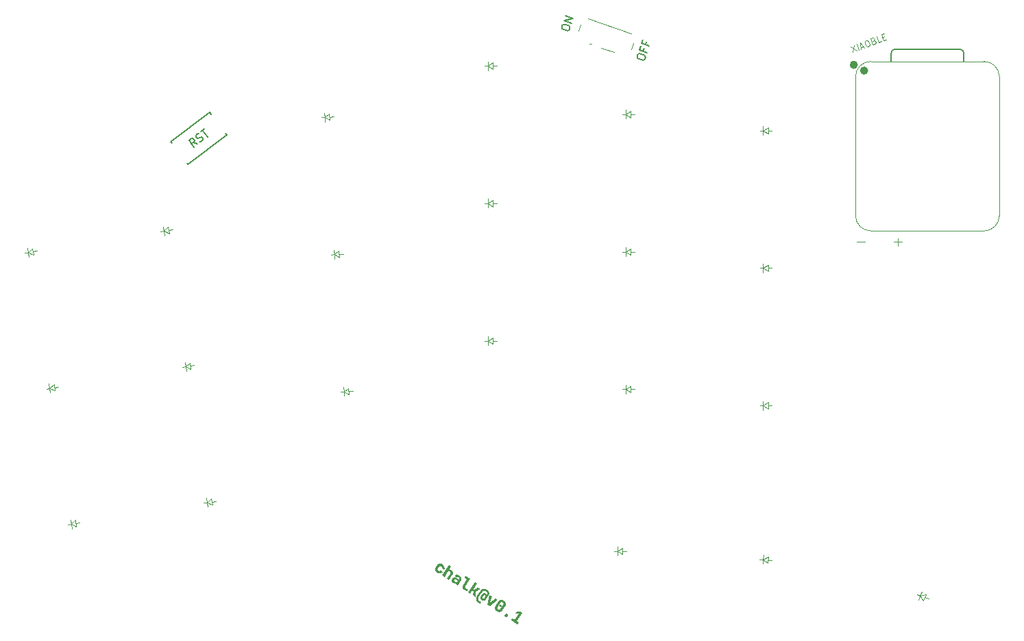
<source format=gbr>
%TF.GenerationSoftware,KiCad,Pcbnew,9.0.3*%
%TF.CreationDate,2025-09-18T15:13:03+02:00*%
%TF.ProjectId,reversible,72657665-7273-4696-926c-652e6b696361,v1.0.0*%
%TF.SameCoordinates,Original*%
%TF.FileFunction,Legend,Top*%
%TF.FilePolarity,Positive*%
%FSLAX46Y46*%
G04 Gerber Fmt 4.6, Leading zero omitted, Abs format (unit mm)*
G04 Created by KiCad (PCBNEW 9.0.3) date 2025-09-18 15:13:03*
%MOMM*%
%LPD*%
G01*
G04 APERTURE LIST*
%ADD10C,0.300000*%
%ADD11C,0.150000*%
%ADD12C,0.106680*%
%ADD13C,0.100000*%
%ADD14C,0.120000*%
%ADD15C,0.127000*%
%ADD16C,0.504001*%
%ADD17C,0.504000*%
G04 APERTURE END LIST*
D10*
G36*
X146191307Y-101616908D02*
G01*
X146110459Y-101556284D01*
X146046497Y-101491468D01*
X145997437Y-101422205D01*
X145961179Y-101345929D01*
X145940902Y-101268793D01*
X145935797Y-101189530D01*
X145945941Y-101110717D01*
X145971872Y-101031926D01*
X146015068Y-100951931D01*
X146163623Y-100723176D01*
X146219909Y-100650081D01*
X146281534Y-100594137D01*
X146348987Y-100553273D01*
X146423077Y-100526188D01*
X146501611Y-100513602D01*
X146586069Y-100515791D01*
X146669298Y-100532438D01*
X146754526Y-100564507D01*
X146842793Y-100613708D01*
X146934249Y-100682689D01*
X147003362Y-100754643D01*
X147053269Y-100829918D01*
X147086073Y-100909409D01*
X147102230Y-100994103D01*
X147099734Y-101078209D01*
X147078330Y-101163643D01*
X147036115Y-101252211D01*
X146779170Y-101085349D01*
X146796008Y-101041251D01*
X146799477Y-100998325D01*
X146790097Y-100954841D01*
X146769716Y-100914533D01*
X146738381Y-100877247D01*
X146694189Y-100842539D01*
X146639630Y-100814273D01*
X146591064Y-100802371D01*
X146546456Y-100804154D01*
X146504580Y-100819032D01*
X146465272Y-100848119D01*
X146427635Y-100894628D01*
X146279081Y-101123382D01*
X146252573Y-101175512D01*
X146242045Y-101223057D01*
X146245256Y-101267961D01*
X146261522Y-101309968D01*
X146291978Y-101349765D01*
X146339862Y-101388154D01*
X146389542Y-101414537D01*
X146436175Y-101428270D01*
X146480916Y-101430939D01*
X146524024Y-101422187D01*
X146562034Y-101401350D01*
X146596295Y-101366952D01*
X146853240Y-101533814D01*
X146789471Y-101608444D01*
X146720111Y-101662769D01*
X146644283Y-101699269D01*
X146560345Y-101718960D01*
X146474411Y-101721291D01*
X146385362Y-101706294D01*
X146291525Y-101672408D01*
X146191307Y-101616908D01*
G37*
G36*
X146830768Y-102007170D02*
G01*
X147665129Y-100722367D01*
X147929141Y-100893818D01*
X147723419Y-101210602D01*
X147601399Y-101379158D01*
X147658055Y-101337347D01*
X147718683Y-101311037D01*
X147784696Y-101299212D01*
X147851808Y-101302361D01*
X147918582Y-101320955D01*
X147986488Y-101356432D01*
X148050897Y-101407491D01*
X148098240Y-101464745D01*
X148130579Y-101528998D01*
X148148629Y-101601844D01*
X148151532Y-101676672D01*
X148139335Y-101753622D01*
X148110822Y-101834131D01*
X148063743Y-101919560D01*
X147657986Y-102544371D01*
X147393974Y-102372920D01*
X147782571Y-101774533D01*
X147809454Y-101722422D01*
X147820770Y-101675471D01*
X147818908Y-101631804D01*
X147804674Y-101590640D01*
X147777794Y-101553342D01*
X147735873Y-101519017D01*
X147687411Y-101494647D01*
X147642353Y-101485228D01*
X147598910Y-101488936D01*
X147558309Y-101505018D01*
X147520044Y-101534468D01*
X147483377Y-101580235D01*
X147094780Y-102178621D01*
X146830768Y-102007170D01*
G37*
G36*
X148676665Y-101874455D02*
G01*
X148759283Y-101890645D01*
X148847782Y-101924260D01*
X148943676Y-101978037D01*
X149036252Y-102047125D01*
X149105179Y-102116909D01*
X149154114Y-102187719D01*
X149185702Y-102260365D01*
X149201181Y-102338190D01*
X149198127Y-102415479D01*
X149176175Y-102494286D01*
X149133061Y-102576525D01*
X148710194Y-103227683D01*
X148455016Y-103061969D01*
X148563613Y-102894743D01*
X148510693Y-102936493D01*
X148451257Y-102961441D01*
X148383160Y-102970310D01*
X148313916Y-102963029D01*
X148240739Y-102939334D01*
X148161989Y-102896684D01*
X148094227Y-102844533D01*
X148043994Y-102788830D01*
X148008859Y-102729151D01*
X147987432Y-102664505D01*
X147979975Y-102598331D01*
X148298134Y-102598331D01*
X148303455Y-102638317D01*
X148319671Y-102675544D01*
X148348357Y-102711266D01*
X148392374Y-102746080D01*
X148449368Y-102775894D01*
X148501444Y-102789729D01*
X148550334Y-102789905D01*
X148596917Y-102776959D01*
X148635997Y-102751800D01*
X148669064Y-102713024D01*
X148733065Y-102614470D01*
X148548249Y-102494449D01*
X148499756Y-102469063D01*
X148456827Y-102457885D01*
X148417719Y-102458499D01*
X148380569Y-102469919D01*
X148349086Y-102490971D01*
X148322210Y-102522831D01*
X148304245Y-102560343D01*
X148298134Y-102598331D01*
X147979975Y-102598331D01*
X147979771Y-102596520D01*
X147986375Y-102529105D01*
X148007695Y-102460865D01*
X148045332Y-102390530D01*
X148098385Y-102323892D01*
X148157580Y-102275799D01*
X148223801Y-102243899D01*
X148298811Y-102227402D01*
X148375133Y-102227092D01*
X148457207Y-102242910D01*
X148546854Y-102277018D01*
X148645886Y-102332665D01*
X148835926Y-102456078D01*
X148875933Y-102394473D01*
X148893938Y-102357033D01*
X148899473Y-102320934D01*
X148893485Y-102284539D01*
X148877164Y-102250786D01*
X148848790Y-102217278D01*
X148805333Y-102183499D01*
X148738226Y-102150160D01*
X148681631Y-102140735D01*
X148646242Y-102146463D01*
X148615555Y-102162544D01*
X148588255Y-102190179D01*
X148338300Y-102027856D01*
X148392427Y-101964962D01*
X148453004Y-101919370D01*
X148521045Y-101889174D01*
X148598367Y-101873922D01*
X148676665Y-101874455D01*
G37*
G36*
X149521281Y-103754409D02*
G01*
X149457618Y-103705902D01*
X149407622Y-103652791D01*
X149369750Y-103594737D01*
X149343042Y-103530921D01*
X149329027Y-103464982D01*
X149327469Y-103395820D01*
X149338454Y-103327382D01*
X149362525Y-103258527D01*
X149400955Y-103188319D01*
X149858142Y-102484312D01*
X149550192Y-102284327D01*
X149704483Y-102046739D01*
X150276446Y-102418176D01*
X149670654Y-103351014D01*
X149647653Y-103403030D01*
X149645964Y-103452599D01*
X149663844Y-103497656D01*
X149701997Y-103533982D01*
X149974766Y-103711120D01*
X149820474Y-103948708D01*
X149521281Y-103754409D01*
G37*
G36*
X150006827Y-104069727D02*
G01*
X150841188Y-102784923D01*
X151105200Y-102956375D01*
X150661731Y-103639258D01*
X150795465Y-103726106D01*
X151235619Y-103491452D01*
X151525979Y-103680013D01*
X150949258Y-103978656D01*
X150902640Y-104651475D01*
X150606980Y-104459471D01*
X150649683Y-103946723D01*
X150517715Y-103861022D01*
X150270839Y-104241178D01*
X150006827Y-104069727D01*
G37*
G36*
X152125125Y-103633855D02*
G01*
X152228873Y-103671524D01*
X152337747Y-103731791D01*
X152429652Y-103800772D01*
X152500503Y-103873167D01*
X152553080Y-103949278D01*
X152591238Y-104033169D01*
X152611749Y-104117524D01*
X152615516Y-104203767D01*
X152603237Y-104289441D01*
X152575069Y-104373494D01*
X152529854Y-104457092D01*
X152221271Y-104932268D01*
X152169692Y-104998917D01*
X152114297Y-105048003D01*
X152054607Y-105081955D01*
X151989543Y-105102094D01*
X151921717Y-105108157D01*
X151852552Y-105099750D01*
X151780588Y-105075922D01*
X151704452Y-105034573D01*
X151637530Y-104983036D01*
X151588084Y-104928063D01*
X151553666Y-104869227D01*
X151532879Y-104805533D01*
X151530236Y-104780066D01*
X151759538Y-104780066D01*
X151767317Y-104814245D01*
X151784764Y-104842924D01*
X151813049Y-104867347D01*
X151848001Y-104883889D01*
X151881522Y-104888226D01*
X151915318Y-104881231D01*
X151962348Y-104852202D01*
X152010107Y-104795136D01*
X152124392Y-104619154D01*
X152157099Y-104552313D01*
X152164489Y-104497542D01*
X152157133Y-104463822D01*
X152139537Y-104434964D01*
X152110209Y-104409762D01*
X152076392Y-104393856D01*
X152043097Y-104389582D01*
X152008709Y-104396377D01*
X151961057Y-104425100D01*
X151913151Y-104481973D01*
X151798867Y-104657955D01*
X151766396Y-104724852D01*
X151759538Y-104780066D01*
X151530236Y-104780066D01*
X151525963Y-104738892D01*
X151533474Y-104671143D01*
X151556286Y-104600811D01*
X151596460Y-104526511D01*
X151710744Y-104350528D01*
X151775001Y-104268266D01*
X151841147Y-104212492D01*
X151910030Y-104178526D01*
X151984101Y-104164717D01*
X152055108Y-104174098D01*
X152126370Y-104207626D01*
X152188725Y-104259795D01*
X152225122Y-104315549D01*
X152240266Y-104377428D01*
X152232228Y-104441496D01*
X152237529Y-104444938D01*
X152318690Y-104319960D01*
X152357930Y-104241316D01*
X152372080Y-104168846D01*
X152364302Y-104099381D01*
X152336170Y-104034626D01*
X152285110Y-103971414D01*
X152205436Y-103908626D01*
X152135902Y-103871625D01*
X152069501Y-103851650D01*
X152004796Y-103846806D01*
X151940245Y-103856540D01*
X151879709Y-103879790D01*
X151821129Y-103917787D01*
X151763697Y-103972756D01*
X151707074Y-104047927D01*
X151319625Y-104644547D01*
X151275772Y-104724733D01*
X151250838Y-104798528D01*
X151242148Y-104867559D01*
X151248288Y-104933495D01*
X151268898Y-104996403D01*
X151304457Y-105056029D01*
X151356950Y-105113361D01*
X151429539Y-105168819D01*
X151623189Y-105294577D01*
X151497481Y-105488150D01*
X151303831Y-105362393D01*
X151201076Y-105285053D01*
X151121757Y-105203373D01*
X151062834Y-105116990D01*
X151020792Y-105021856D01*
X150998548Y-104924061D01*
X150995540Y-104821888D01*
X151011770Y-104720625D01*
X151048576Y-104616333D01*
X151108461Y-104507416D01*
X151495911Y-103910796D01*
X151570859Y-103811455D01*
X151650316Y-103734845D01*
X151734654Y-103678033D01*
X151827626Y-103637986D01*
X151923802Y-103617523D01*
X152024971Y-103616258D01*
X152125125Y-103633855D01*
G37*
G36*
X152357665Y-105596379D02*
G01*
X152664220Y-104419195D01*
X152936989Y-104596334D01*
X152752802Y-105249927D01*
X152715542Y-105370870D01*
X152668286Y-105480298D01*
X152748035Y-105391971D01*
X152839608Y-105308811D01*
X153359393Y-104870646D01*
X153635696Y-105050079D01*
X152688506Y-105811229D01*
X152357665Y-105596379D01*
G37*
G36*
X154016393Y-105600941D02*
G01*
X154071999Y-105626209D01*
X154118961Y-105667680D01*
X154142862Y-105713510D01*
X154146939Y-105746714D01*
X154140180Y-105781842D01*
X154120855Y-105820551D01*
X154093331Y-105854072D01*
X154063572Y-105875225D01*
X154030822Y-105886036D01*
X153978251Y-105884040D01*
X153921149Y-105858497D01*
X153875842Y-105817670D01*
X153852151Y-105770005D01*
X153848253Y-105735302D01*
X153855212Y-105699338D01*
X153874510Y-105660572D01*
X153902051Y-105627301D01*
X153931657Y-105607005D01*
X153964191Y-105597480D01*
X154016393Y-105600941D01*
G37*
G36*
X154167925Y-104989125D02*
G01*
X154249984Y-105005088D01*
X154334599Y-105036725D01*
X154422883Y-105085894D01*
X154504830Y-105147331D01*
X154568351Y-105211947D01*
X154615832Y-105279999D01*
X154650427Y-105355038D01*
X154669539Y-105431422D01*
X154673811Y-105510407D01*
X154663223Y-105588858D01*
X154637030Y-105667451D01*
X154593745Y-105747380D01*
X154239468Y-106292918D01*
X154184020Y-106365022D01*
X154122859Y-106420941D01*
X154055498Y-106462525D01*
X153981641Y-106490703D01*
X153904103Y-106504288D01*
X153821478Y-106503197D01*
X153739997Y-106487500D01*
X153655131Y-106455752D01*
X153565675Y-106405879D01*
X153484848Y-106345227D01*
X153421531Y-106280794D01*
X153373571Y-106212323D01*
X153338455Y-106136885D01*
X153319042Y-106060330D01*
X153315860Y-106003534D01*
X153607288Y-106003534D01*
X153613155Y-106051420D01*
X153632348Y-106096268D01*
X153665144Y-106137937D01*
X153714230Y-106177125D01*
X153771166Y-106206707D01*
X153822773Y-106219782D01*
X153870945Y-106218831D01*
X153916535Y-106204453D01*
X153956883Y-106176583D01*
X153993123Y-106132940D01*
X154347400Y-105587402D01*
X154372527Y-105536545D01*
X154381557Y-105488377D01*
X154376121Y-105440929D01*
X154357396Y-105396535D01*
X154324461Y-105354707D01*
X154274279Y-105314726D01*
X154217289Y-105285109D01*
X154165630Y-105272000D01*
X154117409Y-105272919D01*
X154071902Y-105287276D01*
X154031595Y-105315133D01*
X153995358Y-105358783D01*
X153641082Y-105904321D01*
X153616078Y-105955168D01*
X153607288Y-106003534D01*
X153315860Y-106003534D01*
X153314620Y-105981394D01*
X153325212Y-105902943D01*
X153351420Y-105824325D01*
X153394737Y-105744343D01*
X153749013Y-105198805D01*
X153804427Y-105126752D01*
X153865571Y-105070857D01*
X153932933Y-105029275D01*
X154006880Y-105001163D01*
X154084729Y-104987736D01*
X154167925Y-104989125D01*
G37*
G36*
X154621417Y-107091486D02*
G01*
X154574412Y-107052744D01*
X154542905Y-107008879D01*
X154524882Y-106958791D01*
X154520933Y-106905668D01*
X154531851Y-106852765D01*
X154559023Y-106798255D01*
X154597769Y-106751264D01*
X154641641Y-106719800D01*
X154691744Y-106701846D01*
X154744867Y-106697897D01*
X154797770Y-106708815D01*
X154852280Y-106735987D01*
X154899271Y-106774733D01*
X154930735Y-106818605D01*
X154948689Y-106868708D01*
X154952666Y-106921782D01*
X154941767Y-106974659D01*
X154914598Y-107029168D01*
X154875852Y-107076162D01*
X154831963Y-107107654D01*
X154781827Y-107125653D01*
X154728788Y-107129589D01*
X154675927Y-107118666D01*
X154621417Y-107091486D01*
G37*
G36*
X155301359Y-107508036D02*
G01*
X155455650Y-107270448D01*
X155779501Y-107480759D01*
X156285825Y-106701090D01*
X155805296Y-106724305D01*
X155995005Y-106432179D01*
X156433147Y-106416384D01*
X156723583Y-106604996D01*
X156043514Y-107652211D01*
X156300459Y-107819073D01*
X156146167Y-108056661D01*
X155301359Y-107508036D01*
G37*
D11*
X170892505Y-37800589D02*
X170955773Y-37620927D01*
X170955773Y-37620927D02*
X171032323Y-37546914D01*
X171032323Y-37546914D02*
X171153788Y-37488717D01*
X171153788Y-37488717D02*
X171349267Y-37507071D01*
X171349267Y-37507071D02*
X171663675Y-37617791D01*
X171663675Y-37617791D02*
X171827519Y-37725975D01*
X171827519Y-37725975D02*
X171885715Y-37847440D01*
X171885715Y-37847440D02*
X171898996Y-37953088D01*
X171898996Y-37953088D02*
X171835727Y-38132750D01*
X171835727Y-38132750D02*
X171759178Y-38206763D01*
X171759178Y-38206763D02*
X171637712Y-38264960D01*
X171637712Y-38264960D02*
X171442234Y-38246606D01*
X171442234Y-38246606D02*
X171127826Y-38135886D01*
X171127826Y-38135886D02*
X170963982Y-38027702D01*
X170963982Y-38027702D02*
X170905786Y-37906236D01*
X170905786Y-37906236D02*
X170892505Y-37800589D01*
X171737088Y-36835876D02*
X171626368Y-37150284D01*
X172120437Y-37324273D02*
X171177214Y-36992112D01*
X171177214Y-36992112D02*
X171335386Y-36542958D01*
X172021798Y-36027400D02*
X171911077Y-36341807D01*
X172405146Y-36515796D02*
X171461924Y-36183635D01*
X171461924Y-36183635D02*
X171620096Y-35734482D01*
X161570997Y-34164565D02*
X161634266Y-33984904D01*
X161634266Y-33984904D02*
X161710815Y-33910890D01*
X161710815Y-33910890D02*
X161832281Y-33852694D01*
X161832281Y-33852694D02*
X162027759Y-33871047D01*
X162027759Y-33871047D02*
X162342167Y-33981768D01*
X162342167Y-33981768D02*
X162506011Y-34089952D01*
X162506011Y-34089952D02*
X162564207Y-34211417D01*
X162564207Y-34211417D02*
X162577488Y-34317065D01*
X162577488Y-34317065D02*
X162514220Y-34496726D01*
X162514220Y-34496726D02*
X162437670Y-34570740D01*
X162437670Y-34570740D02*
X162316205Y-34628936D01*
X162316205Y-34628936D02*
X162120726Y-34610583D01*
X162120726Y-34610583D02*
X161806318Y-34499862D01*
X161806318Y-34499862D02*
X161642474Y-34391678D01*
X161642474Y-34391678D02*
X161584278Y-34270213D01*
X161584278Y-34270213D02*
X161570997Y-34164565D01*
X162798929Y-33688250D02*
X161855706Y-33356089D01*
X161855706Y-33356089D02*
X162988735Y-33149266D01*
X162988735Y-33149266D02*
X162045513Y-32817104D01*
X116587555Y-48663610D02*
X116034765Y-48483912D01*
X116131192Y-49007504D02*
X115529377Y-48208868D01*
X115529377Y-48208868D02*
X115833619Y-47979606D01*
X115833619Y-47979606D02*
X115938338Y-47960320D01*
X115938338Y-47960320D02*
X116005026Y-47969692D01*
X116005026Y-47969692D02*
X116100372Y-48017095D01*
X116100372Y-48017095D02*
X116186345Y-48131186D01*
X116186345Y-48131186D02*
X116205631Y-48235904D01*
X116205631Y-48235904D02*
X116196258Y-48302592D01*
X116196258Y-48302592D02*
X116148856Y-48397938D01*
X116148856Y-48397938D02*
X115844614Y-48627201D01*
X116863140Y-48396316D02*
X117005888Y-48348373D01*
X117005888Y-48348373D02*
X117196040Y-48205084D01*
X117196040Y-48205084D02*
X117243442Y-48109738D01*
X117243442Y-48109738D02*
X117252815Y-48043050D01*
X117252815Y-48043050D02*
X117233529Y-47938331D01*
X117233529Y-47938331D02*
X117176213Y-47862271D01*
X117176213Y-47862271D02*
X117080867Y-47814868D01*
X117080867Y-47814868D02*
X117014179Y-47805496D01*
X117014179Y-47805496D02*
X116909461Y-47824781D01*
X116909461Y-47824781D02*
X116728682Y-47901382D01*
X116728682Y-47901382D02*
X116623964Y-47920668D01*
X116623964Y-47920668D02*
X116557276Y-47911295D01*
X116557276Y-47911295D02*
X116461930Y-47863893D01*
X116461930Y-47863893D02*
X116404614Y-47787832D01*
X116404614Y-47787832D02*
X116385328Y-47683114D01*
X116385328Y-47683114D02*
X116394701Y-47616426D01*
X116394701Y-47616426D02*
X116442103Y-47521080D01*
X116442103Y-47521080D02*
X116632255Y-47377790D01*
X116632255Y-47377790D02*
X116775003Y-47329847D01*
X116974527Y-47119870D02*
X117430890Y-46775975D01*
X117804524Y-47746558D02*
X117202709Y-46947923D01*
D12*
X197215163Y-36587436D02*
X197982427Y-37130889D01*
X197702069Y-36400530D02*
X197495521Y-37317794D01*
X198260659Y-37024086D02*
X197980301Y-36293727D01*
X198493567Y-36695258D02*
X198841357Y-36561754D01*
X198504112Y-36930633D02*
X198467206Y-36106821D01*
X198467206Y-36106821D02*
X198991018Y-36743727D01*
X199093228Y-35866514D02*
X199232344Y-35813113D01*
X199232344Y-35813113D02*
X199315252Y-35821191D01*
X199315252Y-35821191D02*
X199411511Y-35864048D01*
X199411511Y-35864048D02*
X199499692Y-35989813D01*
X199499692Y-35989813D02*
X199593144Y-36233266D01*
X199593144Y-36233266D02*
X199611767Y-36385733D01*
X199611767Y-36385733D02*
X199568910Y-36481991D01*
X199568910Y-36481991D02*
X199512702Y-36543471D01*
X199512702Y-36543471D02*
X199373586Y-36596873D01*
X199373586Y-36596873D02*
X199290678Y-36588795D01*
X199290678Y-36588795D02*
X199194419Y-36545938D01*
X199194419Y-36545938D02*
X199106239Y-36420172D01*
X199106239Y-36420172D02*
X199012786Y-36176719D01*
X199012786Y-36176719D02*
X198994163Y-36024253D01*
X198994163Y-36024253D02*
X199037020Y-35927994D01*
X199037020Y-35927994D02*
X199093228Y-35866514D01*
X200096206Y-35880544D02*
X200213894Y-35875272D01*
X200213894Y-35875272D02*
X200262023Y-35896701D01*
X200262023Y-35896701D02*
X200323503Y-35952908D01*
X200323503Y-35952908D02*
X200363554Y-36057245D01*
X200363554Y-36057245D02*
X200355476Y-36140153D01*
X200355476Y-36140153D02*
X200334047Y-36188283D01*
X200334047Y-36188283D02*
X200277840Y-36249763D01*
X200277840Y-36249763D02*
X199999608Y-36356566D01*
X199999608Y-36356566D02*
X199719249Y-35626207D01*
X199719249Y-35626207D02*
X199962702Y-35532754D01*
X199962702Y-35532754D02*
X200045611Y-35540832D01*
X200045611Y-35540832D02*
X200093740Y-35562261D01*
X200093740Y-35562261D02*
X200155220Y-35618469D01*
X200155220Y-35618469D02*
X200181920Y-35688027D01*
X200181920Y-35688027D02*
X200173842Y-35770935D01*
X200173842Y-35770935D02*
X200152414Y-35819064D01*
X200152414Y-35819064D02*
X200096206Y-35880544D01*
X200096206Y-35880544D02*
X199852753Y-35973997D01*
X201077756Y-35942703D02*
X200729966Y-36076207D01*
X200729966Y-36076207D02*
X200449608Y-35345849D01*
X201174355Y-35466682D02*
X201417808Y-35373229D01*
X201668999Y-35715746D02*
X201321209Y-35849250D01*
X201321209Y-35849250D02*
X201040851Y-35118892D01*
X201040851Y-35118892D02*
X201388641Y-34985388D01*
D13*
%TO.C,D15*%
X169056962Y-44977557D02*
X169456963Y-44977560D01*
X169456963Y-44977560D02*
X169456965Y-44427561D01*
X169456963Y-44977560D02*
X169456966Y-45527563D01*
X169456963Y-44977560D02*
X170056959Y-44577556D01*
X170056955Y-45377565D02*
X169456963Y-44977560D01*
X170056959Y-44577556D02*
X170056955Y-45377565D01*
X170056963Y-44977561D02*
X170556958Y-44977563D01*
%TO.C,D20*%
X186034824Y-99980793D02*
X186433302Y-100015652D01*
X186433302Y-100015652D02*
X186385367Y-100563556D01*
X186433302Y-100015652D02*
X186481241Y-99467750D01*
X186433302Y-100015652D02*
X187065884Y-99669465D01*
X186996159Y-100466429D02*
X186433302Y-100015652D01*
X187031023Y-100067950D02*
X187529118Y-100111523D01*
X187065884Y-99669465D02*
X186996159Y-100466429D01*
D14*
%TO.C,PWR1*%
X163890697Y-33885176D02*
X163628280Y-34630312D01*
X165213119Y-36301632D02*
X165024480Y-36235201D01*
X168042785Y-37298112D02*
X166439310Y-36733437D01*
X170136517Y-36922228D02*
X170398928Y-36177078D01*
X170168471Y-35025123D02*
X164792108Y-33131805D01*
D13*
%TO.C,D12*%
X152056965Y-38977557D02*
X152456966Y-38977560D01*
X152456966Y-38977560D02*
X152456968Y-38427561D01*
X152456966Y-38977560D02*
X152456969Y-39527563D01*
X152456966Y-38977560D02*
X153056962Y-38577556D01*
X153056958Y-39377565D02*
X152456966Y-38977560D01*
X153056962Y-38577556D02*
X153056958Y-39377565D01*
X153056966Y-38977561D02*
X153556961Y-38977563D01*
%TO.C,D8*%
X133077209Y-62321300D02*
X133476240Y-62293401D01*
X133476240Y-62293401D02*
X133437870Y-61744741D01*
X133476240Y-62293401D02*
X133514606Y-62842064D01*
X133476240Y-62293401D02*
X134046868Y-61852522D01*
X134046868Y-61852522D02*
X134102682Y-62650572D01*
X134074778Y-62251543D02*
X134573565Y-62216670D01*
X134102682Y-62650572D02*
X133476240Y-62293401D01*
D11*
%TO.C,RST1*%
X113302106Y-48378647D02*
X113452559Y-48578303D01*
X113302106Y-48378647D02*
X118093917Y-44767749D01*
X115408457Y-51173871D02*
X115258005Y-50974212D01*
X115408457Y-51173871D02*
X120200268Y-47562973D01*
X118093917Y-44767749D02*
X118244369Y-44967408D01*
X120200268Y-47562973D02*
X120049815Y-47363317D01*
D13*
%TO.C,D2*%
X97907487Y-78899389D02*
X98302564Y-78836821D01*
X98302564Y-78836821D02*
X98216515Y-78293594D01*
X98302564Y-78836821D02*
X98388601Y-79380048D01*
X98302564Y-78836821D02*
X98832602Y-78347880D01*
X98832602Y-78347880D02*
X98957747Y-79138037D01*
X98895170Y-78742956D02*
X99389017Y-78664747D01*
X98957747Y-79138037D02*
X98302564Y-78836821D01*
%TO.C,D11*%
X152056964Y-55977556D02*
X152456965Y-55977559D01*
X152456965Y-55977559D02*
X152456967Y-55427560D01*
X152456965Y-55977559D02*
X152456968Y-56527562D01*
X152456965Y-55977559D02*
X153056961Y-55577555D01*
X153056957Y-56377564D02*
X152456965Y-55977559D01*
X153056961Y-55577555D02*
X153056957Y-56377564D01*
X153056965Y-55977560D02*
X153556960Y-55977562D01*
%TO.C,D13*%
X169056967Y-78977554D02*
X169456968Y-78977557D01*
X169456968Y-78977557D02*
X169456970Y-78427558D01*
X169456968Y-78977557D02*
X169456971Y-79527560D01*
X169456968Y-78977557D02*
X170056964Y-78577553D01*
X170056960Y-79377562D02*
X169456968Y-78977557D01*
X170056964Y-78577553D02*
X170056960Y-79377562D01*
X170056968Y-78977558D02*
X170556963Y-78977560D01*
%TO.C,D10*%
X152056961Y-72977557D02*
X152456962Y-72977560D01*
X152456962Y-72977560D02*
X152456964Y-72427561D01*
X152456962Y-72977560D02*
X152456965Y-73527563D01*
X152456962Y-72977560D02*
X153056958Y-72577556D01*
X153056954Y-73377565D02*
X152456962Y-72977560D01*
X153056958Y-72577556D02*
X153056954Y-73377565D01*
X153056962Y-72977561D02*
X153556957Y-72977563D01*
%TO.C,D6*%
X112038803Y-59449299D02*
X112433880Y-59386731D01*
X112433880Y-59386731D02*
X112347831Y-58843504D01*
X112433880Y-59386731D02*
X112519917Y-59929958D01*
X112433880Y-59386731D02*
X112963918Y-58897790D01*
X112963918Y-58897790D02*
X113089063Y-59687947D01*
X113026486Y-59292866D02*
X113520333Y-59214657D01*
X113089063Y-59687947D02*
X112433880Y-59386731D01*
%TO.C,D21*%
X205457652Y-104353574D02*
X205833540Y-104490384D01*
X205833540Y-104490384D02*
X205645418Y-105007219D01*
X205833540Y-104490384D02*
X206021644Y-103973551D01*
X205833540Y-104490384D02*
X206534156Y-104319719D01*
X206260539Y-105071469D02*
X205833540Y-104490384D01*
X206397347Y-104695595D02*
X206867196Y-104866606D01*
X206534156Y-104319719D02*
X206260539Y-105071469D01*
%TO.C,D19*%
X168056963Y-98977552D02*
X168456964Y-98977555D01*
X168456964Y-98977555D02*
X168456966Y-98427556D01*
X168456964Y-98977555D02*
X168456967Y-99527558D01*
X168456964Y-98977555D02*
X169056960Y-98577551D01*
X169056956Y-99377560D02*
X168456964Y-98977555D01*
X169056960Y-98577551D02*
X169056956Y-99377560D01*
X169056964Y-98977556D02*
X169556959Y-98977558D01*
%TO.C,D5*%
X114698189Y-76240005D02*
X115093266Y-76177437D01*
X115093266Y-76177437D02*
X115007217Y-75634210D01*
X115093266Y-76177437D02*
X115179303Y-76720664D01*
X115093266Y-76177437D02*
X115623304Y-75688496D01*
X115623304Y-75688496D02*
X115748449Y-76478653D01*
X115685872Y-76083572D02*
X116179719Y-76005363D01*
X115748449Y-76478653D02*
X115093266Y-76177437D01*
%TO.C,D17*%
X186056960Y-63977553D02*
X186456961Y-63977556D01*
X186456961Y-63977556D02*
X186456963Y-63427557D01*
X186456961Y-63977556D02*
X186456964Y-64527559D01*
X186456961Y-63977556D02*
X187056957Y-63577552D01*
X187056953Y-64377561D02*
X186456961Y-63977556D01*
X187056957Y-63577552D02*
X187056953Y-64377561D01*
X187056961Y-63977557D02*
X187556956Y-63977559D01*
%TO.C,D7*%
X134263067Y-79279884D02*
X134662098Y-79251985D01*
X134662098Y-79251985D02*
X134623728Y-78703325D01*
X134662098Y-79251985D02*
X134700464Y-79800648D01*
X134662098Y-79251985D02*
X135232726Y-78811106D01*
X135232726Y-78811106D02*
X135288540Y-79609156D01*
X135260636Y-79210127D02*
X135759423Y-79175254D01*
X135288540Y-79609156D02*
X134662098Y-79251985D01*
%TO.C,D3*%
X95248098Y-62108684D02*
X95643175Y-62046116D01*
X95643175Y-62046116D02*
X95557126Y-61502889D01*
X95643175Y-62046116D02*
X95729212Y-62589343D01*
X95643175Y-62046116D02*
X96173213Y-61557175D01*
X96173213Y-61557175D02*
X96298358Y-62347332D01*
X96235781Y-61952251D02*
X96729628Y-61874042D01*
X96298358Y-62347332D02*
X95643175Y-62046116D01*
%TO.C,D4*%
X117357575Y-93030706D02*
X117752652Y-92968138D01*
X117752652Y-92968138D02*
X117666603Y-92424911D01*
X117752652Y-92968138D02*
X117838689Y-93511365D01*
X117752652Y-92968138D02*
X118282690Y-92479197D01*
X118282690Y-92479197D02*
X118407835Y-93269354D01*
X118345258Y-92874273D02*
X118839105Y-92796064D01*
X118407835Y-93269354D02*
X117752652Y-92968138D01*
%TO.C,D16*%
X186056964Y-80977550D02*
X186456965Y-80977553D01*
X186456965Y-80977553D02*
X186456967Y-80427554D01*
X186456965Y-80977553D02*
X186456968Y-81527556D01*
X186456965Y-80977553D02*
X187056961Y-80577549D01*
X187056957Y-81377558D02*
X186456965Y-80977553D01*
X187056961Y-80577549D02*
X187056957Y-81377558D01*
X187056965Y-80977554D02*
X187556960Y-80977556D01*
%TO.C,D14*%
X169056965Y-61977551D02*
X169456966Y-61977554D01*
X169456966Y-61977554D02*
X169456968Y-61427555D01*
X169456966Y-61977554D02*
X169456969Y-62527557D01*
X169456966Y-61977554D02*
X170056962Y-61577550D01*
X170056958Y-62377559D02*
X169456966Y-61977554D01*
X170056962Y-61577550D02*
X170056958Y-62377559D01*
X170056966Y-61977555D02*
X170556961Y-61977557D01*
%TO.C,D1*%
X100566872Y-95690092D02*
X100961949Y-95627524D01*
X100961949Y-95627524D02*
X100875900Y-95084297D01*
X100961949Y-95627524D02*
X101047986Y-96170751D01*
X100961949Y-95627524D02*
X101491987Y-95138583D01*
X101491987Y-95138583D02*
X101617132Y-95928740D01*
X101554555Y-95533659D02*
X102048402Y-95455450D01*
X101617132Y-95928740D02*
X100961949Y-95627524D01*
%TO.C,D18*%
X186056964Y-46977555D02*
X186456965Y-46977558D01*
X186456965Y-46977558D02*
X186456967Y-46427559D01*
X186456965Y-46977558D02*
X186456968Y-47527561D01*
X186456965Y-46977558D02*
X187056961Y-46577554D01*
X187056957Y-47377563D02*
X186456965Y-46977558D01*
X187056961Y-46577554D02*
X187056957Y-47377563D01*
X187056965Y-46977559D02*
X187556960Y-46977561D01*
%TO.C,D9*%
X131891355Y-45362708D02*
X132290386Y-45334809D01*
X132290386Y-45334809D02*
X132252016Y-44786149D01*
X132290386Y-45334809D02*
X132328752Y-45883472D01*
X132290386Y-45334809D02*
X132861014Y-44893930D01*
X132861014Y-44893930D02*
X132916828Y-45691980D01*
X132888924Y-45292951D02*
X133387711Y-45258078D01*
X132916828Y-45691980D02*
X132290386Y-45334809D01*
%TO.C,JST1*%
X198029994Y-60770001D02*
X199029999Y-60770000D01*
X203129997Y-60269997D02*
X203129996Y-61269996D01*
X203629996Y-60770003D02*
X202630001Y-60770000D01*
%TO.C,XIAOBLE*%
X197861961Y-57490559D02*
X197861961Y-40345559D01*
X199766961Y-59395560D02*
X213736961Y-59395559D01*
D15*
X202256961Y-38440559D02*
X202260689Y-37430287D01*
X202760689Y-36930559D02*
X210755961Y-36930559D01*
X211255961Y-37430559D02*
X211255961Y-38440559D01*
D13*
X213736961Y-38440559D02*
X199766961Y-38440559D01*
X215641961Y-57490559D02*
X215641961Y-40345559D01*
X197861961Y-40341559D02*
G75*
G02*
X199766961Y-38436559I1905003J-3D01*
G01*
X199766961Y-59395560D02*
G75*
G02*
X197861961Y-57490559I3J1905003D01*
G01*
D15*
X202260689Y-37430287D02*
G75*
G02*
X202760689Y-36930560I500018J-291D01*
G01*
X210755961Y-36930559D02*
G75*
G02*
X211255961Y-37430559I-100J-500100D01*
G01*
D13*
X213736961Y-38440559D02*
G75*
G02*
X215641961Y-40345559I-50J-1905050D01*
G01*
X215641961Y-57490559D02*
G75*
G02*
X213736961Y-59395559I-1905000J0D01*
G01*
D16*
X197903961Y-38856559D02*
G75*
G02*
X197399961Y-38856559I-252000J0D01*
G01*
X197399961Y-38856559D02*
G75*
G02*
X197903961Y-38856559I252000J0D01*
G01*
D17*
X199177961Y-39573559D02*
G75*
G02*
X198673961Y-39573559I-252000J0D01*
G01*
X198673961Y-39573559D02*
G75*
G02*
X199177961Y-39573559I252000J0D01*
G01*
%TD*%
M02*

</source>
